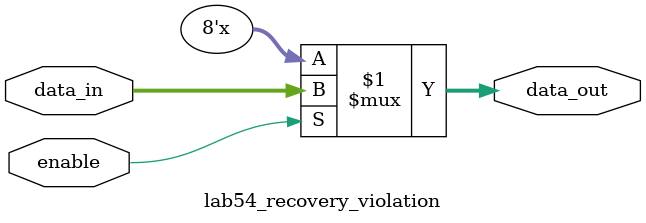
<source format=v>
`timescale 1ns / 1ps


module lab54_recovery_violation(
                    input [7:0]data_in,
                    input enable,
                    output [7:0] data_out
    );

assign data_out = enable ? data_in : 8'bz;


endmodule

</source>
